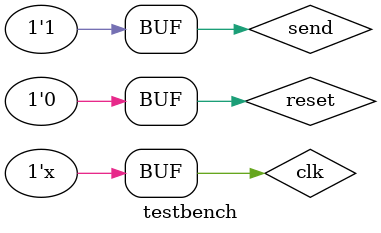
<source format=v>
`timescale 1ns / 1ps
module testbench;
reg reset,clk;
wire done,finish,rs,rw,E,RS,RW;
reg send;
wire [7:0] data; 
wire [3:0] D;
LCD_controler test(data,send,rs,rw,clk,reset,E,RS,RW,D,done);
//initializer initest(clk,reset,send,SF_D,LCD_E);
configuration conftest(clk,reset,done,data,finish);

initial begin
reset=1;
clk=0;
send = 0;
#80
reset=0;
send =1;
end

always #10 clk = ~clk;

endmodule

</source>
